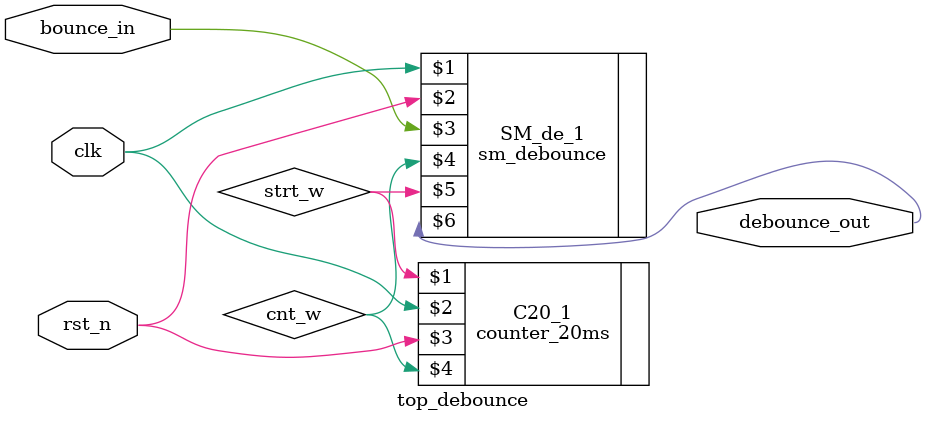
<source format=v>
module top_debounce(bounce_in, clk, rst_n, debounce_out);

input bounce_in, clk, rst_n;
output debounce_out;

wire cnt_w, strt_w;

sm_debounce SM_de_1(clk, rst_n, bounce_in, cnt_w, strt_w, debounce_out);
counter_20ms C20_1(strt_w, clk, rst_n, cnt_w);

endmodule

</source>
